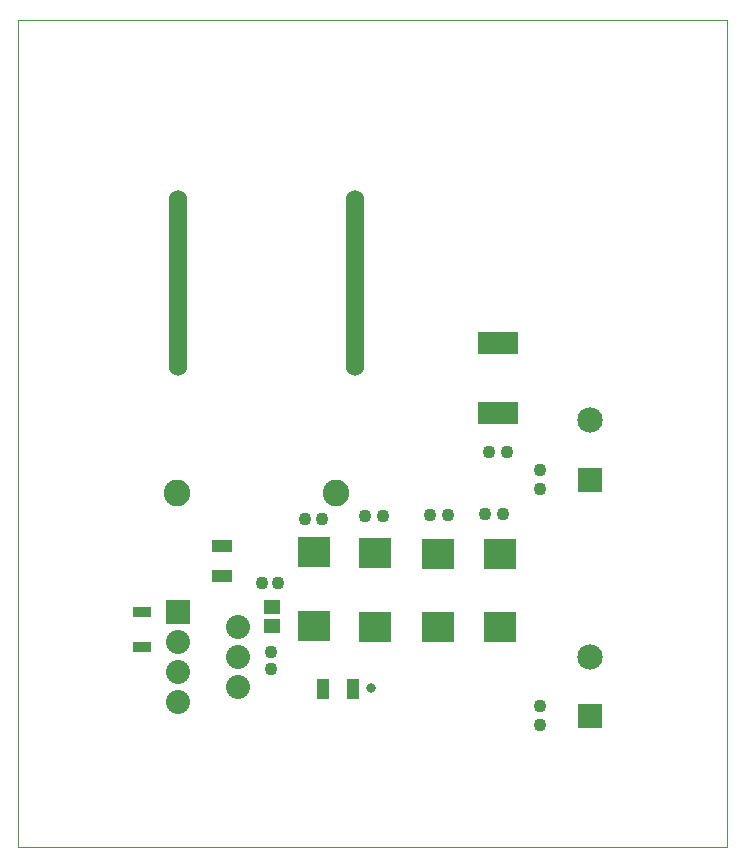
<source format=gbr>
%TF.GenerationSoftware,Altium Limited,Altium Designer,21.6.4 (81)*%
G04 Layer_Color=13278208*
%FSLAX26Y26*%
%MOIN*%
%TF.SameCoordinates,D1CDB01D-C4A6-469F-8C54-8347A019B806*%
%TF.FilePolarity,Positive*%
%TF.FileFunction,Coverlay,Top_Solder_(Board_Layer_Stack)*%
%TF.Part,Single*%
G01*
G75*
%TA.AperFunction,SMDPad,CuDef*%
%ADD10O,0.060000X0.620000*%
%ADD12R,0.057087X0.051401*%
%ADD13R,0.138000X0.077000*%
%ADD14R,0.063000X0.038000*%
%ADD15R,0.041339X0.070866*%
%ADD16R,0.070866X0.041339*%
%TA.AperFunction,ComponentPad*%
%ADD35C,0.080000*%
%ADD36R,0.080000X0.080000*%
%ADD37C,0.088709*%
%ADD38C,0.084772*%
%ADD39R,0.084772X0.084772*%
%TA.AperFunction,ViaPad*%
%ADD40C,0.043433*%
%ADD41C,0.031622*%
%TA.AperFunction,SMDPad,CuDef*%
%ADD47R,0.107213X0.098945*%
%TA.AperFunction,Profile*%
%ADD50C,0.001000*%
D10*
X532756Y1881890D02*
D03*
X1122756D02*
D03*
D12*
X846457Y799323D02*
D03*
Y736110D02*
D03*
D13*
X1599409Y1679976D02*
D03*
Y1447976D02*
D03*
D14*
X412401Y667394D02*
D03*
Y783394D02*
D03*
D15*
X1017716Y528543D02*
D03*
X1118110D02*
D03*
D16*
X679134Y1003937D02*
D03*
Y903543D02*
D03*
D35*
X532283Y483464D02*
D03*
X732283Y533465D02*
D03*
X532283Y583465D02*
D03*
X732283Y633465D02*
D03*
X532283Y683465D02*
D03*
X732283Y733465D02*
D03*
D36*
X532283Y783465D02*
D03*
D37*
X1060827Y1181102D02*
D03*
X529724D02*
D03*
D38*
X1907480Y1422244D02*
D03*
X1907480Y634842D02*
D03*
D39*
X1907480Y1225394D02*
D03*
X1907480Y437992D02*
D03*
D40*
X1374016Y1106299D02*
D03*
X1433071D02*
D03*
X1740158Y408465D02*
D03*
X1741142Y470472D02*
D03*
X1740158Y1194882D02*
D03*
X1741142Y1256890D02*
D03*
X842520Y594488D02*
D03*
Y649606D02*
D03*
X868110Y880905D02*
D03*
X813976Y881890D02*
D03*
X1014764Y1094488D02*
D03*
X955708D02*
D03*
X1617126Y1109252D02*
D03*
X1628937Y1316929D02*
D03*
X1569882D02*
D03*
X1558071Y1109252D02*
D03*
X1216535Y1103346D02*
D03*
X1157480D02*
D03*
D41*
X1176181Y529528D02*
D03*
D47*
X1401575Y977362D02*
D03*
Y733268D02*
D03*
X986220Y982283D02*
D03*
Y738189D02*
D03*
X1191929Y979331D02*
D03*
Y735236D02*
D03*
X1607283Y977362D02*
D03*
Y733268D02*
D03*
D50*
X2362205Y-0D02*
X-0D01*
Y2755906D01*
X2362205D01*
Y-0D01*
%TF.MD5,78e3ae0e6521e92127a61851506cd59c*%
M02*

</source>
